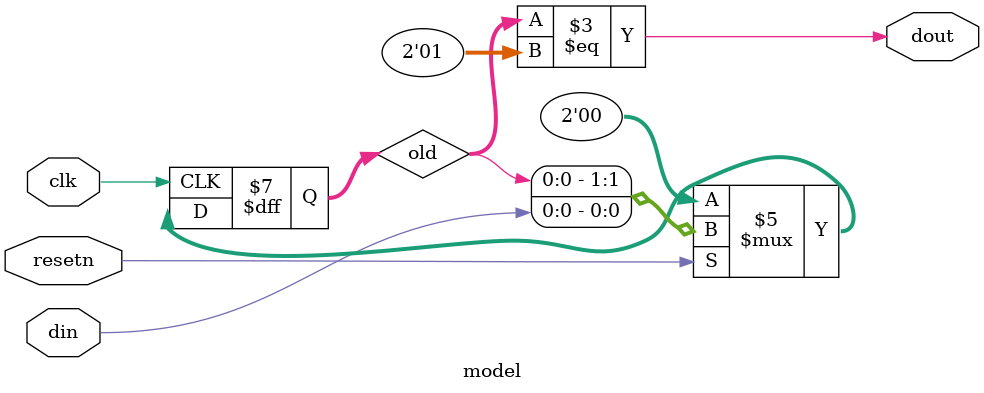
<source format=sv>
module model (
  input clk,
  input resetn,
  input din,
  output dout
);

  logic [1:0] old;

  always_ff @ (posedge clk) begin
    if (~resetn) begin
      //dout <= 0;
      old <= 0;
    end else
      old <= {old[0], din};
    
  end

  assign dout = (old == 2'b01);

endmodule
</source>
